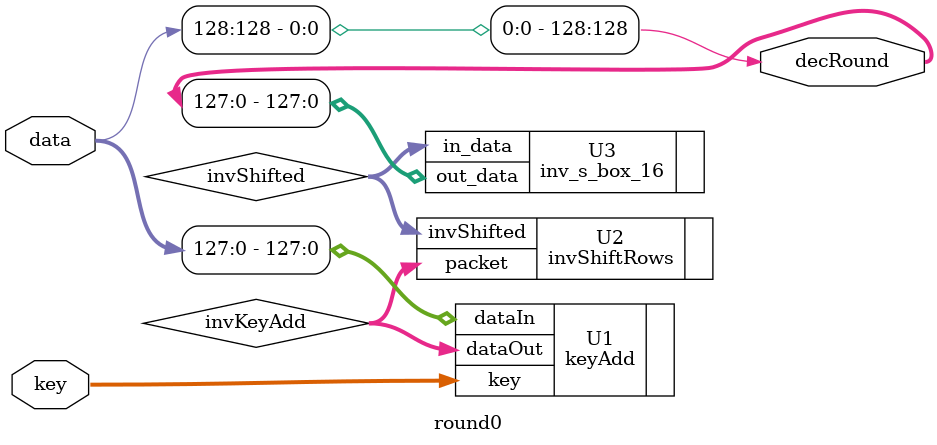
<source format=sv>
`timescale 1ns / 100ps

module round0
(
	input logic [127:0] key,
	input logic [128:0] data,
	output logic [128:0] decRound
);

logic [127:0] invKeyAdd;
logic [127:0] invShifted;

keyAdd U1
(
	.key(key),
	.dataIn(data[127:0]),
	.dataOut(invKeyAdd)
);

invShiftRows U2
(
	.packet(invKeyAdd),
	.invShifted(invShifted)
);

inv_s_box_16 U3
(
	.in_data(invShifted),
	.out_data(decRound[127:0])
);

assign decRound[128] = data[128];

endmodule

</source>
